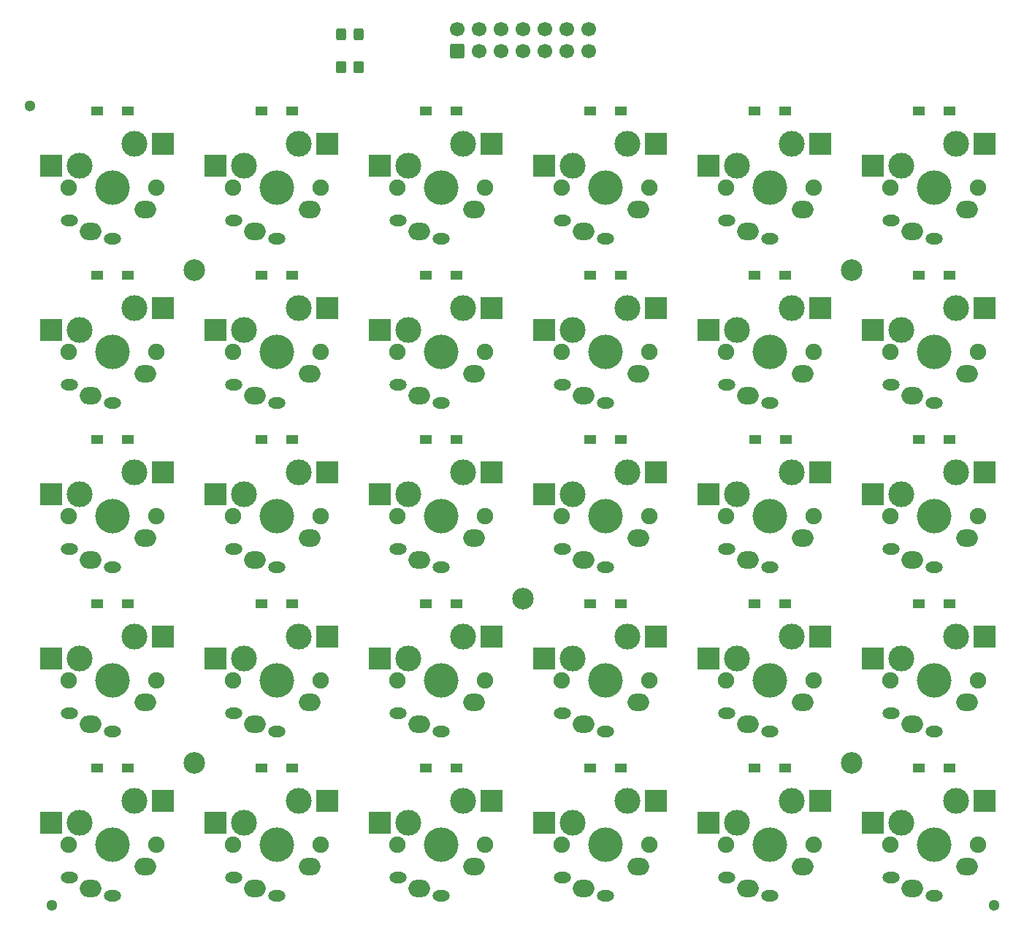
<source format=gbs>
%TF.GenerationSoftware,KiCad,Pcbnew,(6.0.5-0)*%
%TF.CreationDate,2022-06-17T00:42:47+08:00*%
%TF.ProjectId,Pragmatic,50726167-6d61-4746-9963-2e6b69636164,3*%
%TF.SameCoordinates,PX9157080PY3680a30*%
%TF.FileFunction,Soldermask,Bot*%
%TF.FilePolarity,Negative*%
%FSLAX46Y46*%
G04 Gerber Fmt 4.6, Leading zero omitted, Abs format (unit mm)*
G04 Created by KiCad (PCBNEW (6.0.5-0)) date 2022-06-17 00:42:47*
%MOMM*%
%LPD*%
G01*
G04 APERTURE LIST*
G04 Aperture macros list*
%AMRoundRect*
0 Rectangle with rounded corners*
0 $1 Rounding radius*
0 $2 $3 $4 $5 $6 $7 $8 $9 X,Y pos of 4 corners*
0 Add a 4 corners polygon primitive as box body*
4,1,4,$2,$3,$4,$5,$6,$7,$8,$9,$2,$3,0*
0 Add four circle primitives for the rounded corners*
1,1,$1+$1,$2,$3*
1,1,$1+$1,$4,$5*
1,1,$1+$1,$6,$7*
1,1,$1+$1,$8,$9*
0 Add four rect primitives between the rounded corners*
20,1,$1+$1,$2,$3,$4,$5,0*
20,1,$1+$1,$4,$5,$6,$7,0*
20,1,$1+$1,$6,$7,$8,$9,0*
20,1,$1+$1,$8,$9,$2,$3,0*%
G04 Aperture macros list end*
%ADD10C,4.000000*%
%ADD11C,1.900000*%
%ADD12C,3.000000*%
%ADD13O,2.000000X1.300000*%
%ADD14R,2.550000X2.500000*%
%ADD15O,2.500000X2.000000*%
%ADD16C,2.500000*%
%ADD17RoundRect,0.250000X0.600000X-0.600000X0.600000X0.600000X-0.600000X0.600000X-0.600000X-0.600000X0*%
%ADD18C,1.700000*%
%ADD19C,1.300000*%
%ADD20R,1.400000X1.000000*%
%ADD21RoundRect,0.250000X0.325000X0.450000X-0.325000X0.450000X-0.325000X-0.450000X0.325000X-0.450000X0*%
%ADD22RoundRect,0.250000X0.350000X0.450000X-0.350000X0.450000X-0.350000X-0.450000X0.350000X-0.450000X0*%
G04 APERTURE END LIST*
D10*
X-95250000Y0D03*
D11*
X-90170000Y0D03*
D12*
X-92710000Y5080000D03*
D11*
X-100330000Y0D03*
D10*
X-95250000Y0D03*
D12*
X-99060000Y2540000D03*
D13*
X-100250000Y-3800000D03*
D14*
X-102335000Y2540000D03*
D15*
X-97790000Y-5080000D03*
X-91440000Y-2540000D03*
D14*
X-89408000Y5080000D03*
D13*
X-95250000Y-5900000D03*
D10*
X-95250000Y-19050000D03*
D11*
X-90170000Y-19050000D03*
D12*
X-92710000Y-13970000D03*
D11*
X-100330000Y-19050000D03*
D10*
X-95250000Y-19050000D03*
D12*
X-99060000Y-16510000D03*
D13*
X-100250000Y-22850000D03*
D14*
X-102335000Y-16510000D03*
D15*
X-97790000Y-24130000D03*
X-91440000Y-21590000D03*
D14*
X-89408000Y-13970000D03*
D13*
X-95250000Y-24950000D03*
D10*
X-76200000Y-19050000D03*
D11*
X-71120000Y-19050000D03*
D12*
X-73660000Y-13970000D03*
D11*
X-81280000Y-19050000D03*
D10*
X-76200000Y-19050000D03*
D12*
X-80010000Y-16510000D03*
D13*
X-81200000Y-22850000D03*
D14*
X-83285000Y-16510000D03*
D15*
X-78740000Y-24130000D03*
X-72390000Y-21590000D03*
D14*
X-70358000Y-13970000D03*
D13*
X-76200000Y-24950000D03*
D10*
X-76200000Y0D03*
D11*
X-71120000Y0D03*
D12*
X-73660000Y5080000D03*
D11*
X-81280000Y0D03*
D10*
X-76200000Y0D03*
D12*
X-80010000Y2540000D03*
D13*
X-81200000Y-3800000D03*
D14*
X-83285000Y2540000D03*
D15*
X-78740000Y-5080000D03*
X-72390000Y-2540000D03*
D14*
X-70358000Y5080000D03*
D13*
X-76200000Y-5900000D03*
D10*
X-57150000Y0D03*
D11*
X-52070000Y0D03*
D12*
X-54610000Y5080000D03*
D11*
X-62230000Y0D03*
D10*
X-57150000Y0D03*
D12*
X-60960000Y2540000D03*
D13*
X-62150000Y-3800000D03*
D14*
X-64235000Y2540000D03*
D15*
X-59690000Y-5080000D03*
X-53340000Y-2540000D03*
D14*
X-51308000Y5080000D03*
D13*
X-57150000Y-5900000D03*
D10*
X-38100000Y0D03*
D11*
X-33020000Y0D03*
D12*
X-35560000Y5080000D03*
D11*
X-43180000Y0D03*
D10*
X-38100000Y0D03*
D12*
X-41910000Y2540000D03*
D13*
X-43100000Y-3800000D03*
D14*
X-45185000Y2540000D03*
D15*
X-40640000Y-5080000D03*
X-34290000Y-2540000D03*
D14*
X-32258000Y5080000D03*
D13*
X-38100000Y-5900000D03*
D10*
X-19050000Y0D03*
D11*
X-13970000Y0D03*
D12*
X-16510000Y5080000D03*
D11*
X-24130000Y0D03*
D10*
X-19050000Y0D03*
D12*
X-22860000Y2540000D03*
D13*
X-24050000Y-3800000D03*
D14*
X-26135000Y2540000D03*
D15*
X-21590000Y-5080000D03*
X-15240000Y-2540000D03*
D14*
X-13208000Y5080000D03*
D13*
X-19050000Y-5900000D03*
D10*
X0Y0D03*
D11*
X5080000Y0D03*
D12*
X2540000Y5080000D03*
D11*
X-5080000Y0D03*
D10*
X0Y0D03*
D12*
X-3810000Y2540000D03*
D13*
X-5000000Y-3800000D03*
D14*
X-7085000Y2540000D03*
D15*
X-2540000Y-5080000D03*
X3810000Y-2540000D03*
D14*
X5842000Y5080000D03*
D13*
X0Y-5900000D03*
D10*
X-57150000Y-19050000D03*
D11*
X-52070000Y-19050000D03*
D12*
X-54610000Y-13970000D03*
D11*
X-62230000Y-19050000D03*
D10*
X-57150000Y-19050000D03*
D12*
X-60960000Y-16510000D03*
D13*
X-62150000Y-22850000D03*
D14*
X-64235000Y-16510000D03*
D15*
X-59690000Y-24130000D03*
X-53340000Y-21590000D03*
D14*
X-51308000Y-13970000D03*
D13*
X-57150000Y-24950000D03*
D10*
X-38100000Y-19050000D03*
D11*
X-33020000Y-19050000D03*
D12*
X-35560000Y-13970000D03*
D11*
X-43180000Y-19050000D03*
D10*
X-38100000Y-19050000D03*
D12*
X-41910000Y-16510000D03*
D13*
X-43100000Y-22850000D03*
D14*
X-45185000Y-16510000D03*
D15*
X-40640000Y-24130000D03*
X-34290000Y-21590000D03*
D14*
X-32258000Y-13970000D03*
D13*
X-38100000Y-24950000D03*
D10*
X-19050000Y-19050000D03*
D11*
X-13970000Y-19050000D03*
D12*
X-16510000Y-13970000D03*
D11*
X-24130000Y-19050000D03*
D10*
X-19050000Y-19050000D03*
D12*
X-22860000Y-16510000D03*
D13*
X-24050000Y-22850000D03*
D14*
X-26135000Y-16510000D03*
D15*
X-21590000Y-24130000D03*
X-15240000Y-21590000D03*
D14*
X-13208000Y-13970000D03*
D13*
X-19050000Y-24950000D03*
D10*
X0Y-19050000D03*
D11*
X5080000Y-19050000D03*
D12*
X2540000Y-13970000D03*
D11*
X-5080000Y-19050000D03*
D10*
X0Y-19050000D03*
D12*
X-3810000Y-16510000D03*
D13*
X-5000000Y-22850000D03*
D14*
X-7085000Y-16510000D03*
D15*
X-2540000Y-24130000D03*
X3810000Y-21590000D03*
D14*
X5842000Y-13970000D03*
D13*
X0Y-24950000D03*
D10*
X-95250000Y-38100000D03*
D11*
X-90170000Y-38100000D03*
D12*
X-92710000Y-33020000D03*
D11*
X-100330000Y-38100000D03*
D10*
X-95250000Y-38100000D03*
D12*
X-99060000Y-35560000D03*
D13*
X-100250000Y-41900000D03*
D14*
X-102335000Y-35560000D03*
D15*
X-97790000Y-43180000D03*
X-91440000Y-40640000D03*
D14*
X-89408000Y-33020000D03*
D13*
X-95250000Y-44000000D03*
D10*
X-76200000Y-38100000D03*
D11*
X-71120000Y-38100000D03*
D12*
X-73660000Y-33020000D03*
D11*
X-81280000Y-38100000D03*
D10*
X-76200000Y-38100000D03*
D12*
X-80010000Y-35560000D03*
D13*
X-81200000Y-41900000D03*
D14*
X-83285000Y-35560000D03*
D15*
X-78740000Y-43180000D03*
X-72390000Y-40640000D03*
D14*
X-70358000Y-33020000D03*
D13*
X-76200000Y-44000000D03*
D10*
X-57150000Y-38100000D03*
D11*
X-52070000Y-38100000D03*
D12*
X-54610000Y-33020000D03*
D11*
X-62230000Y-38100000D03*
D10*
X-57150000Y-38100000D03*
D12*
X-60960000Y-35560000D03*
D13*
X-62150000Y-41900000D03*
D14*
X-64235000Y-35560000D03*
D15*
X-59690000Y-43180000D03*
X-53340000Y-40640000D03*
D14*
X-51308000Y-33020000D03*
D13*
X-57150000Y-44000000D03*
D10*
X-38100000Y-38100000D03*
D11*
X-33020000Y-38100000D03*
D12*
X-35560000Y-33020000D03*
D11*
X-43180000Y-38100000D03*
D10*
X-38100000Y-38100000D03*
D12*
X-41910000Y-35560000D03*
D13*
X-43100000Y-41900000D03*
D14*
X-45185000Y-35560000D03*
D15*
X-40640000Y-43180000D03*
X-34290000Y-40640000D03*
D14*
X-32258000Y-33020000D03*
D13*
X-38100000Y-44000000D03*
D10*
X-19050000Y-38100000D03*
D11*
X-13970000Y-38100000D03*
D12*
X-16510000Y-33020000D03*
D11*
X-24130000Y-38100000D03*
D10*
X-19050000Y-38100000D03*
D12*
X-22860000Y-35560000D03*
D13*
X-24050000Y-41900000D03*
D14*
X-26135000Y-35560000D03*
D15*
X-21590000Y-43180000D03*
X-15240000Y-40640000D03*
D14*
X-13208000Y-33020000D03*
D13*
X-19050000Y-44000000D03*
D10*
X0Y-38100000D03*
D11*
X5080000Y-38100000D03*
D12*
X2540000Y-33020000D03*
D11*
X-5080000Y-38100000D03*
D10*
X0Y-38100000D03*
D12*
X-3810000Y-35560000D03*
D13*
X-5000000Y-41900000D03*
D14*
X-7085000Y-35560000D03*
D15*
X-2540000Y-43180000D03*
X3810000Y-40640000D03*
D14*
X5842000Y-33020000D03*
D13*
X0Y-44000000D03*
D10*
X-95250000Y-57150000D03*
D11*
X-90170000Y-57150000D03*
D12*
X-92710000Y-52070000D03*
D11*
X-100330000Y-57150000D03*
D10*
X-95250000Y-57150000D03*
D12*
X-99060000Y-54610000D03*
D13*
X-100250000Y-60950000D03*
D14*
X-102335000Y-54610000D03*
D15*
X-97790000Y-62230000D03*
X-91440000Y-59690000D03*
D14*
X-89408000Y-52070000D03*
D13*
X-95250000Y-63050000D03*
D10*
X-76200000Y-57150000D03*
D11*
X-71120000Y-57150000D03*
D12*
X-73660000Y-52070000D03*
D11*
X-81280000Y-57150000D03*
D10*
X-76200000Y-57150000D03*
D12*
X-80010000Y-54610000D03*
D13*
X-81200000Y-60950000D03*
D14*
X-83285000Y-54610000D03*
D15*
X-78740000Y-62230000D03*
X-72390000Y-59690000D03*
D14*
X-70358000Y-52070000D03*
D13*
X-76200000Y-63050000D03*
D10*
X-57150000Y-57150000D03*
D11*
X-52070000Y-57150000D03*
D12*
X-54610000Y-52070000D03*
D11*
X-62230000Y-57150000D03*
D10*
X-57150000Y-57150000D03*
D12*
X-60960000Y-54610000D03*
D13*
X-62150000Y-60950000D03*
D14*
X-64235000Y-54610000D03*
D15*
X-59690000Y-62230000D03*
X-53340000Y-59690000D03*
D14*
X-51308000Y-52070000D03*
D13*
X-57150000Y-63050000D03*
D10*
X-38100000Y-57150000D03*
D11*
X-33020000Y-57150000D03*
D12*
X-35560000Y-52070000D03*
D11*
X-43180000Y-57150000D03*
D10*
X-38100000Y-57150000D03*
D12*
X-41910000Y-54610000D03*
D13*
X-43100000Y-60950000D03*
D14*
X-45185000Y-54610000D03*
D15*
X-40640000Y-62230000D03*
X-34290000Y-59690000D03*
D14*
X-32258000Y-52070000D03*
D13*
X-38100000Y-63050000D03*
D10*
X-19050000Y-57150000D03*
D11*
X-13970000Y-57150000D03*
D12*
X-16510000Y-52070000D03*
D11*
X-24130000Y-57150000D03*
D10*
X-19050000Y-57150000D03*
D12*
X-22860000Y-54610000D03*
D13*
X-24050000Y-60950000D03*
D14*
X-26135000Y-54610000D03*
D15*
X-21590000Y-62230000D03*
X-15240000Y-59690000D03*
D14*
X-13208000Y-52070000D03*
D13*
X-19050000Y-63050000D03*
D10*
X0Y-57150000D03*
D11*
X5080000Y-57150000D03*
D12*
X2540000Y-52070000D03*
D11*
X-5080000Y-57150000D03*
D10*
X0Y-57150000D03*
D12*
X-3810000Y-54610000D03*
D13*
X-5000000Y-60950000D03*
D14*
X-7085000Y-54610000D03*
D15*
X-2540000Y-62230000D03*
X3810000Y-59690000D03*
D14*
X5842000Y-52070000D03*
D13*
X0Y-63050000D03*
D10*
X-95250000Y-76200000D03*
D11*
X-90170000Y-76200000D03*
D12*
X-92710000Y-71120000D03*
D11*
X-100330000Y-76200000D03*
D10*
X-95250000Y-76200000D03*
D12*
X-99060000Y-73660000D03*
D13*
X-100250000Y-80000000D03*
D14*
X-102335000Y-73660000D03*
D15*
X-97790000Y-81280000D03*
X-91440000Y-78740000D03*
D14*
X-89408000Y-71120000D03*
D13*
X-95250000Y-82100000D03*
D10*
X-76200000Y-76200000D03*
D11*
X-71120000Y-76200000D03*
D12*
X-73660000Y-71120000D03*
D11*
X-81280000Y-76200000D03*
D10*
X-76200000Y-76200000D03*
D12*
X-80010000Y-73660000D03*
D13*
X-81200000Y-80000000D03*
D14*
X-83285000Y-73660000D03*
D15*
X-78740000Y-81280000D03*
X-72390000Y-78740000D03*
D14*
X-70358000Y-71120000D03*
D13*
X-76200000Y-82100000D03*
D10*
X-57150000Y-76200000D03*
D11*
X-52070000Y-76200000D03*
D12*
X-54610000Y-71120000D03*
D11*
X-62230000Y-76200000D03*
D10*
X-57150000Y-76200000D03*
D12*
X-60960000Y-73660000D03*
D13*
X-62150000Y-80000000D03*
D14*
X-64235000Y-73660000D03*
D15*
X-59690000Y-81280000D03*
X-53340000Y-78740000D03*
D14*
X-51308000Y-71120000D03*
D13*
X-57150000Y-82100000D03*
D10*
X-38100000Y-76200000D03*
D11*
X-33020000Y-76200000D03*
D12*
X-35560000Y-71120000D03*
D11*
X-43180000Y-76200000D03*
D10*
X-38100000Y-76200000D03*
D12*
X-41910000Y-73660000D03*
D13*
X-43100000Y-80000000D03*
D14*
X-45185000Y-73660000D03*
D15*
X-40640000Y-81280000D03*
X-34290000Y-78740000D03*
D14*
X-32258000Y-71120000D03*
D13*
X-38100000Y-82100000D03*
D10*
X-19050000Y-76200000D03*
D11*
X-13970000Y-76200000D03*
D12*
X-16510000Y-71120000D03*
D11*
X-24130000Y-76200000D03*
D10*
X-19050000Y-76200000D03*
D12*
X-22860000Y-73660000D03*
D13*
X-24050000Y-80000000D03*
D14*
X-26135000Y-73660000D03*
D15*
X-21590000Y-81280000D03*
X-15240000Y-78740000D03*
D14*
X-13208000Y-71120000D03*
D13*
X-19050000Y-82100000D03*
D10*
X0Y-76200000D03*
D11*
X5080000Y-76200000D03*
D12*
X2540000Y-71120000D03*
D11*
X-5080000Y-76200000D03*
D10*
X0Y-76200000D03*
D12*
X-3810000Y-73660000D03*
D13*
X-5000000Y-80000000D03*
D14*
X-7085000Y-73660000D03*
D15*
X-2540000Y-81280000D03*
X3810000Y-78740000D03*
D14*
X5842000Y-71120000D03*
D13*
X0Y-82100000D03*
D16*
X-47625000Y-47625000D03*
X-85725000Y-9525000D03*
X-85725000Y-66675000D03*
X-9525000Y-9525000D03*
X-9525000Y-66675000D03*
D17*
X-55245000Y15875000D03*
D18*
X-55245000Y18415000D03*
X-52705000Y15875000D03*
X-52705000Y18415000D03*
X-50165000Y15875000D03*
X-50165000Y18415000D03*
X-47625000Y15875000D03*
X-47625000Y18415000D03*
X-45085000Y15875000D03*
X-45085000Y18415000D03*
X-42545000Y15875000D03*
X-42545000Y18415000D03*
X-40005000Y15875000D03*
X-40005000Y18415000D03*
D19*
X-102235000Y-83185000D03*
X-104775000Y9525000D03*
X6985000Y-83185000D03*
D20*
X-93475000Y8890000D03*
X-97025000Y8890000D03*
X-93475000Y-10160000D03*
X-97025000Y-10160000D03*
X-74425000Y-10160000D03*
X-77975000Y-10160000D03*
X-74425000Y8890000D03*
X-77975000Y8890000D03*
X-55375000Y8890000D03*
X-58925000Y8890000D03*
X-36325000Y8890000D03*
X-39875000Y8890000D03*
X-17275000Y8890000D03*
X-20825000Y8890000D03*
X1775000Y8890000D03*
X-1775000Y8890000D03*
X-55375000Y-10160000D03*
X-58925000Y-10160000D03*
X-36325000Y-10160000D03*
X-39875000Y-10160000D03*
X-17275000Y-10160000D03*
X-20825000Y-10160000D03*
X1775000Y-10160000D03*
X-1775000Y-10160000D03*
X-93475000Y-29210000D03*
X-97025000Y-29210000D03*
X-74425000Y-29210000D03*
X-77975000Y-29210000D03*
X-55375000Y-29210000D03*
X-58925000Y-29210000D03*
X-36325000Y-29210000D03*
X-39875000Y-29210000D03*
X-17145000Y-29210000D03*
X-20695000Y-29210000D03*
X1775000Y-29210000D03*
X-1775000Y-29210000D03*
X-93475000Y-48260000D03*
X-97025000Y-48260000D03*
X-74425000Y-48260000D03*
X-77975000Y-48260000D03*
X-55375000Y-48260000D03*
X-58925000Y-48260000D03*
X-36325000Y-48260000D03*
X-39875000Y-48260000D03*
X-17275000Y-48260000D03*
X-20825000Y-48260000D03*
X1775000Y-48260000D03*
X-1775000Y-48260000D03*
X-93475000Y-67310000D03*
X-97025000Y-67310000D03*
X-74425000Y-67310000D03*
X-77975000Y-67310000D03*
X-55375000Y-67310000D03*
X-58925000Y-67310000D03*
X-36325000Y-67310000D03*
X-39875000Y-67310000D03*
X-17275000Y-67310000D03*
X-20825000Y-67310000D03*
X1775000Y-67310000D03*
X-1775000Y-67310000D03*
D21*
X-66675000Y17780000D03*
X-68725000Y17780000D03*
D22*
X-66675000Y13970000D03*
X-68675000Y13970000D03*
M02*

</source>
